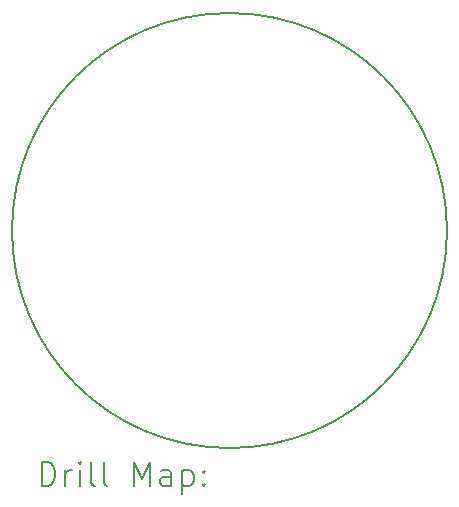
<source format=gbr>
%TF.GenerationSoftware,KiCad,Pcbnew,9.0.2*%
%TF.CreationDate,2025-06-20T10:53:39-04:00*%
%TF.ProjectId,GlassIDC_Mounted_10x15mm,476c6173-7349-4444-935f-4d6f756e7465,rev?*%
%TF.SameCoordinates,Original*%
%TF.FileFunction,Drillmap*%
%TF.FilePolarity,Positive*%
%FSLAX45Y45*%
G04 Gerber Fmt 4.5, Leading zero omitted, Abs format (unit mm)*
G04 Created by KiCad (PCBNEW 9.0.2) date 2025-06-20 10:53:39*
%MOMM*%
%LPD*%
G01*
G04 APERTURE LIST*
%ADD10C,0.177800*%
%ADD11C,0.200000*%
G04 APERTURE END LIST*
D10*
X16691610Y-10500360D02*
G75*
G02*
X13008610Y-10500360I-1841500J0D01*
G01*
X13008610Y-10500360D02*
G75*
G02*
X16691610Y-10500360I1841500J0D01*
G01*
D11*
X13260497Y-12662234D02*
X13260497Y-12462234D01*
X13260497Y-12462234D02*
X13308116Y-12462234D01*
X13308116Y-12462234D02*
X13336687Y-12471758D01*
X13336687Y-12471758D02*
X13355735Y-12490805D01*
X13355735Y-12490805D02*
X13365259Y-12509853D01*
X13365259Y-12509853D02*
X13374782Y-12547948D01*
X13374782Y-12547948D02*
X13374782Y-12576519D01*
X13374782Y-12576519D02*
X13365259Y-12614615D01*
X13365259Y-12614615D02*
X13355735Y-12633662D01*
X13355735Y-12633662D02*
X13336687Y-12652710D01*
X13336687Y-12652710D02*
X13308116Y-12662234D01*
X13308116Y-12662234D02*
X13260497Y-12662234D01*
X13460497Y-12662234D02*
X13460497Y-12528900D01*
X13460497Y-12566996D02*
X13470021Y-12547948D01*
X13470021Y-12547948D02*
X13479544Y-12538424D01*
X13479544Y-12538424D02*
X13498592Y-12528900D01*
X13498592Y-12528900D02*
X13517640Y-12528900D01*
X13584306Y-12662234D02*
X13584306Y-12528900D01*
X13584306Y-12462234D02*
X13574782Y-12471758D01*
X13574782Y-12471758D02*
X13584306Y-12481281D01*
X13584306Y-12481281D02*
X13593830Y-12471758D01*
X13593830Y-12471758D02*
X13584306Y-12462234D01*
X13584306Y-12462234D02*
X13584306Y-12481281D01*
X13708116Y-12662234D02*
X13689068Y-12652710D01*
X13689068Y-12652710D02*
X13679544Y-12633662D01*
X13679544Y-12633662D02*
X13679544Y-12462234D01*
X13812878Y-12662234D02*
X13793830Y-12652710D01*
X13793830Y-12652710D02*
X13784306Y-12633662D01*
X13784306Y-12633662D02*
X13784306Y-12462234D01*
X14041449Y-12662234D02*
X14041449Y-12462234D01*
X14041449Y-12462234D02*
X14108116Y-12605091D01*
X14108116Y-12605091D02*
X14174782Y-12462234D01*
X14174782Y-12462234D02*
X14174782Y-12662234D01*
X14355735Y-12662234D02*
X14355735Y-12557472D01*
X14355735Y-12557472D02*
X14346211Y-12538424D01*
X14346211Y-12538424D02*
X14327163Y-12528900D01*
X14327163Y-12528900D02*
X14289068Y-12528900D01*
X14289068Y-12528900D02*
X14270021Y-12538424D01*
X14355735Y-12652710D02*
X14336687Y-12662234D01*
X14336687Y-12662234D02*
X14289068Y-12662234D01*
X14289068Y-12662234D02*
X14270021Y-12652710D01*
X14270021Y-12652710D02*
X14260497Y-12633662D01*
X14260497Y-12633662D02*
X14260497Y-12614615D01*
X14260497Y-12614615D02*
X14270021Y-12595567D01*
X14270021Y-12595567D02*
X14289068Y-12586043D01*
X14289068Y-12586043D02*
X14336687Y-12586043D01*
X14336687Y-12586043D02*
X14355735Y-12576519D01*
X14450973Y-12528900D02*
X14450973Y-12728900D01*
X14450973Y-12538424D02*
X14470021Y-12528900D01*
X14470021Y-12528900D02*
X14508116Y-12528900D01*
X14508116Y-12528900D02*
X14527163Y-12538424D01*
X14527163Y-12538424D02*
X14536687Y-12547948D01*
X14536687Y-12547948D02*
X14546211Y-12566996D01*
X14546211Y-12566996D02*
X14546211Y-12624138D01*
X14546211Y-12624138D02*
X14536687Y-12643186D01*
X14536687Y-12643186D02*
X14527163Y-12652710D01*
X14527163Y-12652710D02*
X14508116Y-12662234D01*
X14508116Y-12662234D02*
X14470021Y-12662234D01*
X14470021Y-12662234D02*
X14450973Y-12652710D01*
X14631925Y-12643186D02*
X14641449Y-12652710D01*
X14641449Y-12652710D02*
X14631925Y-12662234D01*
X14631925Y-12662234D02*
X14622402Y-12652710D01*
X14622402Y-12652710D02*
X14631925Y-12643186D01*
X14631925Y-12643186D02*
X14631925Y-12662234D01*
X14631925Y-12538424D02*
X14641449Y-12547948D01*
X14641449Y-12547948D02*
X14631925Y-12557472D01*
X14631925Y-12557472D02*
X14622402Y-12547948D01*
X14622402Y-12547948D02*
X14631925Y-12538424D01*
X14631925Y-12538424D02*
X14631925Y-12557472D01*
M02*

</source>
